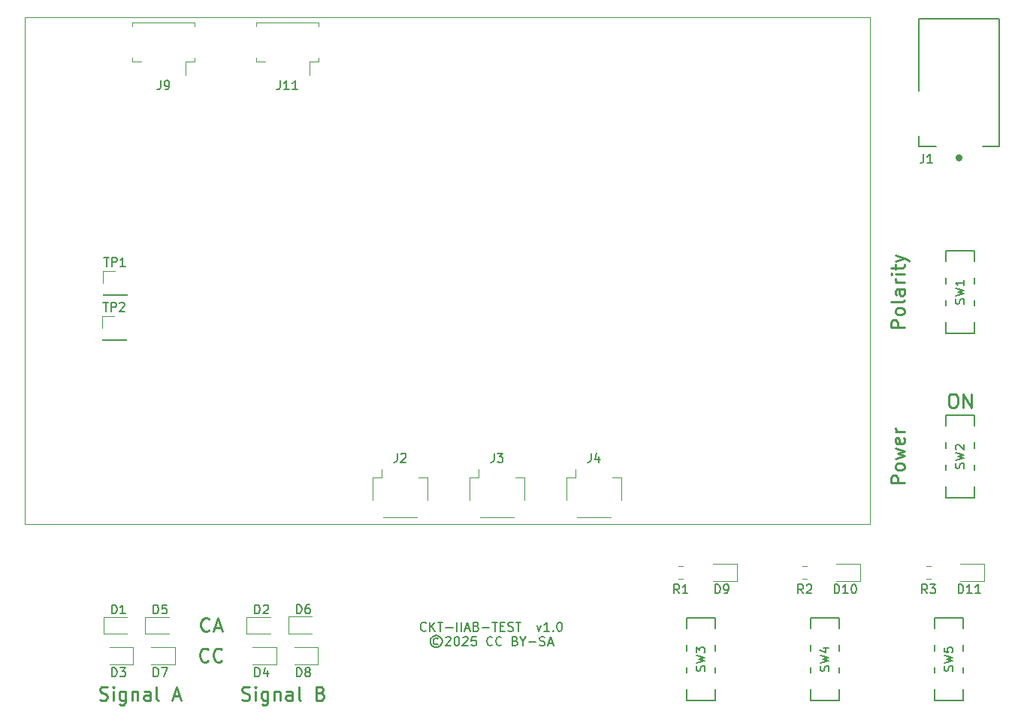
<source format=gto>
G04 #@! TF.GenerationSoftware,KiCad,Pcbnew,6.0.10-86aedd382b~118~ubuntu18.04.1*
G04 #@! TF.CreationDate,2024-12-31T19:53:44-07:00*
G04 #@! TF.ProjectId,ckt-iiab-test,636b742d-6969-4616-922d-746573742e6b,rev?*
G04 #@! TF.SameCoordinates,Original*
G04 #@! TF.FileFunction,Legend,Top*
G04 #@! TF.FilePolarity,Positive*
%FSLAX46Y46*%
G04 Gerber Fmt 4.6, Leading zero omitted, Abs format (unit mm)*
G04 Created by KiCad (PCBNEW 6.0.10-86aedd382b~118~ubuntu18.04.1) date 2024-12-31 19:53:44*
%MOMM*%
%LPD*%
G01*
G04 APERTURE LIST*
%ADD10C,0.100000*%
%ADD11C,0.152400*%
%ADD12C,0.254000*%
%ADD13C,0.150000*%
%ADD14C,0.120000*%
%ADD15C,0.127000*%
%ADD16C,0.400000*%
G04 APERTURE END LIST*
D10*
X77470000Y-123190000D02*
X172720000Y-123190000D01*
X172720000Y-123190000D02*
X172720000Y-66040000D01*
X172720000Y-66040000D02*
X77470000Y-66040000D01*
X77470000Y-66040000D02*
X77470000Y-123190000D01*
D11*
X122694095Y-135180977D02*
X122645714Y-135229358D01*
X122500571Y-135277739D01*
X122403809Y-135277739D01*
X122258666Y-135229358D01*
X122161904Y-135132596D01*
X122113523Y-135035834D01*
X122065142Y-134842310D01*
X122065142Y-134697167D01*
X122113523Y-134503643D01*
X122161904Y-134406881D01*
X122258666Y-134310120D01*
X122403809Y-134261739D01*
X122500571Y-134261739D01*
X122645714Y-134310120D01*
X122694095Y-134358500D01*
X123129523Y-135277739D02*
X123129523Y-134261739D01*
X123710095Y-135277739D02*
X123274666Y-134697167D01*
X123710095Y-134261739D02*
X123129523Y-134842310D01*
X124000380Y-134261739D02*
X124580952Y-134261739D01*
X124290666Y-135277739D02*
X124290666Y-134261739D01*
X124919619Y-134890691D02*
X125693714Y-134890691D01*
X126177523Y-135277739D02*
X126177523Y-134261739D01*
X126661333Y-135277739D02*
X126661333Y-134261739D01*
X127096761Y-134987453D02*
X127580571Y-134987453D01*
X127000000Y-135277739D02*
X127338666Y-134261739D01*
X127677333Y-135277739D01*
X128354666Y-134745548D02*
X128499809Y-134793929D01*
X128548190Y-134842310D01*
X128596571Y-134939072D01*
X128596571Y-135084215D01*
X128548190Y-135180977D01*
X128499809Y-135229358D01*
X128403047Y-135277739D01*
X128016000Y-135277739D01*
X128016000Y-134261739D01*
X128354666Y-134261739D01*
X128451428Y-134310120D01*
X128499809Y-134358500D01*
X128548190Y-134455262D01*
X128548190Y-134552024D01*
X128499809Y-134648786D01*
X128451428Y-134697167D01*
X128354666Y-134745548D01*
X128016000Y-134745548D01*
X129032000Y-134890691D02*
X129806095Y-134890691D01*
X130144761Y-134261739D02*
X130725333Y-134261739D01*
X130435047Y-135277739D02*
X130435047Y-134261739D01*
X131064000Y-134745548D02*
X131402666Y-134745548D01*
X131547809Y-135277739D02*
X131064000Y-135277739D01*
X131064000Y-134261739D01*
X131547809Y-134261739D01*
X131934857Y-135229358D02*
X132080000Y-135277739D01*
X132321904Y-135277739D01*
X132418666Y-135229358D01*
X132467047Y-135180977D01*
X132515428Y-135084215D01*
X132515428Y-134987453D01*
X132467047Y-134890691D01*
X132418666Y-134842310D01*
X132321904Y-134793929D01*
X132128380Y-134745548D01*
X132031619Y-134697167D01*
X131983238Y-134648786D01*
X131934857Y-134552024D01*
X131934857Y-134455262D01*
X131983238Y-134358500D01*
X132031619Y-134310120D01*
X132128380Y-134261739D01*
X132370285Y-134261739D01*
X132515428Y-134310120D01*
X132805714Y-134261739D02*
X133386285Y-134261739D01*
X133096000Y-135277739D02*
X133096000Y-134261739D01*
X135176380Y-134600405D02*
X135418285Y-135277739D01*
X135660190Y-134600405D01*
X136579428Y-135277739D02*
X135998857Y-135277739D01*
X136289142Y-135277739D02*
X136289142Y-134261739D01*
X136192380Y-134406881D01*
X136095619Y-134503643D01*
X135998857Y-134552024D01*
X137014857Y-135180977D02*
X137063238Y-135229358D01*
X137014857Y-135277739D01*
X136966476Y-135229358D01*
X137014857Y-135180977D01*
X137014857Y-135277739D01*
X137692190Y-134261739D02*
X137788952Y-134261739D01*
X137885714Y-134310120D01*
X137934095Y-134358500D01*
X137982476Y-134455262D01*
X138030857Y-134648786D01*
X138030857Y-134890691D01*
X137982476Y-135084215D01*
X137934095Y-135180977D01*
X137885714Y-135229358D01*
X137788952Y-135277739D01*
X137692190Y-135277739D01*
X137595428Y-135229358D01*
X137547047Y-135180977D01*
X137498666Y-135084215D01*
X137450285Y-134890691D01*
X137450285Y-134648786D01*
X137498666Y-134455262D01*
X137547047Y-134358500D01*
X137595428Y-134310120D01*
X137692190Y-134261739D01*
X124024571Y-136139403D02*
X123927809Y-136091022D01*
X123734285Y-136091022D01*
X123637523Y-136139403D01*
X123540761Y-136236165D01*
X123492380Y-136332927D01*
X123492380Y-136526451D01*
X123540761Y-136623213D01*
X123637523Y-136719975D01*
X123734285Y-136768356D01*
X123927809Y-136768356D01*
X124024571Y-136719975D01*
X123831047Y-135752356D02*
X123589142Y-135800737D01*
X123347238Y-135945880D01*
X123202095Y-136187784D01*
X123153714Y-136429689D01*
X123202095Y-136671594D01*
X123347238Y-136913499D01*
X123589142Y-137058641D01*
X123831047Y-137107022D01*
X124072952Y-137058641D01*
X124314857Y-136913499D01*
X124460000Y-136671594D01*
X124508380Y-136429689D01*
X124460000Y-136187784D01*
X124314857Y-135945880D01*
X124072952Y-135800737D01*
X123831047Y-135752356D01*
X124895428Y-135994260D02*
X124943809Y-135945880D01*
X125040571Y-135897499D01*
X125282476Y-135897499D01*
X125379238Y-135945880D01*
X125427619Y-135994260D01*
X125476000Y-136091022D01*
X125476000Y-136187784D01*
X125427619Y-136332927D01*
X124847047Y-136913499D01*
X125476000Y-136913499D01*
X126104952Y-135897499D02*
X126201714Y-135897499D01*
X126298476Y-135945880D01*
X126346857Y-135994260D01*
X126395238Y-136091022D01*
X126443619Y-136284546D01*
X126443619Y-136526451D01*
X126395238Y-136719975D01*
X126346857Y-136816737D01*
X126298476Y-136865118D01*
X126201714Y-136913499D01*
X126104952Y-136913499D01*
X126008190Y-136865118D01*
X125959809Y-136816737D01*
X125911428Y-136719975D01*
X125863047Y-136526451D01*
X125863047Y-136284546D01*
X125911428Y-136091022D01*
X125959809Y-135994260D01*
X126008190Y-135945880D01*
X126104952Y-135897499D01*
X126830666Y-135994260D02*
X126879047Y-135945880D01*
X126975809Y-135897499D01*
X127217714Y-135897499D01*
X127314476Y-135945880D01*
X127362857Y-135994260D01*
X127411238Y-136091022D01*
X127411238Y-136187784D01*
X127362857Y-136332927D01*
X126782285Y-136913499D01*
X127411238Y-136913499D01*
X128330476Y-135897499D02*
X127846666Y-135897499D01*
X127798285Y-136381308D01*
X127846666Y-136332927D01*
X127943428Y-136284546D01*
X128185333Y-136284546D01*
X128282095Y-136332927D01*
X128330476Y-136381308D01*
X128378857Y-136478070D01*
X128378857Y-136719975D01*
X128330476Y-136816737D01*
X128282095Y-136865118D01*
X128185333Y-136913499D01*
X127943428Y-136913499D01*
X127846666Y-136865118D01*
X127798285Y-136816737D01*
X130168952Y-136816737D02*
X130120571Y-136865118D01*
X129975428Y-136913499D01*
X129878666Y-136913499D01*
X129733523Y-136865118D01*
X129636761Y-136768356D01*
X129588380Y-136671594D01*
X129540000Y-136478070D01*
X129540000Y-136332927D01*
X129588380Y-136139403D01*
X129636761Y-136042641D01*
X129733523Y-135945880D01*
X129878666Y-135897499D01*
X129975428Y-135897499D01*
X130120571Y-135945880D01*
X130168952Y-135994260D01*
X131184952Y-136816737D02*
X131136571Y-136865118D01*
X130991428Y-136913499D01*
X130894666Y-136913499D01*
X130749523Y-136865118D01*
X130652761Y-136768356D01*
X130604380Y-136671594D01*
X130556000Y-136478070D01*
X130556000Y-136332927D01*
X130604380Y-136139403D01*
X130652761Y-136042641D01*
X130749523Y-135945880D01*
X130894666Y-135897499D01*
X130991428Y-135897499D01*
X131136571Y-135945880D01*
X131184952Y-135994260D01*
X132733142Y-136381308D02*
X132878285Y-136429689D01*
X132926666Y-136478070D01*
X132975047Y-136574832D01*
X132975047Y-136719975D01*
X132926666Y-136816737D01*
X132878285Y-136865118D01*
X132781523Y-136913499D01*
X132394476Y-136913499D01*
X132394476Y-135897499D01*
X132733142Y-135897499D01*
X132829904Y-135945880D01*
X132878285Y-135994260D01*
X132926666Y-136091022D01*
X132926666Y-136187784D01*
X132878285Y-136284546D01*
X132829904Y-136332927D01*
X132733142Y-136381308D01*
X132394476Y-136381308D01*
X133604000Y-136429689D02*
X133604000Y-136913499D01*
X133265333Y-135897499D02*
X133604000Y-136429689D01*
X133942666Y-135897499D01*
X134281333Y-136526451D02*
X135055428Y-136526451D01*
X135490857Y-136865118D02*
X135636000Y-136913499D01*
X135877904Y-136913499D01*
X135974666Y-136865118D01*
X136023047Y-136816737D01*
X136071428Y-136719975D01*
X136071428Y-136623213D01*
X136023047Y-136526451D01*
X135974666Y-136478070D01*
X135877904Y-136429689D01*
X135684380Y-136381308D01*
X135587619Y-136332927D01*
X135539238Y-136284546D01*
X135490857Y-136187784D01*
X135490857Y-136091022D01*
X135539238Y-135994260D01*
X135587619Y-135945880D01*
X135684380Y-135897499D01*
X135926285Y-135897499D01*
X136071428Y-135945880D01*
X136458476Y-136623213D02*
X136942285Y-136623213D01*
X136361714Y-136913499D02*
X136700380Y-135897499D01*
X137039047Y-136913499D01*
D12*
X176584428Y-118581714D02*
X175060428Y-118581714D01*
X175060428Y-118001142D01*
X175133000Y-117856000D01*
X175205571Y-117783428D01*
X175350714Y-117710857D01*
X175568428Y-117710857D01*
X175713571Y-117783428D01*
X175786142Y-117856000D01*
X175858714Y-118001142D01*
X175858714Y-118581714D01*
X176584428Y-116840000D02*
X176511857Y-116985142D01*
X176439285Y-117057714D01*
X176294142Y-117130285D01*
X175858714Y-117130285D01*
X175713571Y-117057714D01*
X175641000Y-116985142D01*
X175568428Y-116840000D01*
X175568428Y-116622285D01*
X175641000Y-116477142D01*
X175713571Y-116404571D01*
X175858714Y-116332000D01*
X176294142Y-116332000D01*
X176439285Y-116404571D01*
X176511857Y-116477142D01*
X176584428Y-116622285D01*
X176584428Y-116840000D01*
X175568428Y-115824000D02*
X176584428Y-115533714D01*
X175858714Y-115243428D01*
X176584428Y-114953142D01*
X175568428Y-114662857D01*
X176511857Y-113501714D02*
X176584428Y-113646857D01*
X176584428Y-113937142D01*
X176511857Y-114082285D01*
X176366714Y-114154857D01*
X175786142Y-114154857D01*
X175641000Y-114082285D01*
X175568428Y-113937142D01*
X175568428Y-113646857D01*
X175641000Y-113501714D01*
X175786142Y-113429142D01*
X175931285Y-113429142D01*
X176076428Y-114154857D01*
X176584428Y-112776000D02*
X175568428Y-112776000D01*
X175858714Y-112776000D02*
X175713571Y-112703428D01*
X175641000Y-112630857D01*
X175568428Y-112485714D01*
X175568428Y-112340571D01*
X85924571Y-142983857D02*
X86142285Y-143056428D01*
X86505142Y-143056428D01*
X86650285Y-142983857D01*
X86722857Y-142911285D01*
X86795428Y-142766142D01*
X86795428Y-142621000D01*
X86722857Y-142475857D01*
X86650285Y-142403285D01*
X86505142Y-142330714D01*
X86214857Y-142258142D01*
X86069714Y-142185571D01*
X85997142Y-142113000D01*
X85924571Y-141967857D01*
X85924571Y-141822714D01*
X85997142Y-141677571D01*
X86069714Y-141605000D01*
X86214857Y-141532428D01*
X86577714Y-141532428D01*
X86795428Y-141605000D01*
X87448571Y-143056428D02*
X87448571Y-142040428D01*
X87448571Y-141532428D02*
X87376000Y-141605000D01*
X87448571Y-141677571D01*
X87521142Y-141605000D01*
X87448571Y-141532428D01*
X87448571Y-141677571D01*
X88827428Y-142040428D02*
X88827428Y-143274142D01*
X88754857Y-143419285D01*
X88682285Y-143491857D01*
X88537142Y-143564428D01*
X88319428Y-143564428D01*
X88174285Y-143491857D01*
X88827428Y-142983857D02*
X88682285Y-143056428D01*
X88392000Y-143056428D01*
X88246857Y-142983857D01*
X88174285Y-142911285D01*
X88101714Y-142766142D01*
X88101714Y-142330714D01*
X88174285Y-142185571D01*
X88246857Y-142113000D01*
X88392000Y-142040428D01*
X88682285Y-142040428D01*
X88827428Y-142113000D01*
X89553142Y-142040428D02*
X89553142Y-143056428D01*
X89553142Y-142185571D02*
X89625714Y-142113000D01*
X89770857Y-142040428D01*
X89988571Y-142040428D01*
X90133714Y-142113000D01*
X90206285Y-142258142D01*
X90206285Y-143056428D01*
X91585142Y-143056428D02*
X91585142Y-142258142D01*
X91512571Y-142113000D01*
X91367428Y-142040428D01*
X91077142Y-142040428D01*
X90932000Y-142113000D01*
X91585142Y-142983857D02*
X91440000Y-143056428D01*
X91077142Y-143056428D01*
X90932000Y-142983857D01*
X90859428Y-142838714D01*
X90859428Y-142693571D01*
X90932000Y-142548428D01*
X91077142Y-142475857D01*
X91440000Y-142475857D01*
X91585142Y-142403285D01*
X92528571Y-143056428D02*
X92383428Y-142983857D01*
X92310857Y-142838714D01*
X92310857Y-141532428D01*
X94197714Y-142621000D02*
X94923428Y-142621000D01*
X94052571Y-143056428D02*
X94560571Y-141532428D01*
X95068571Y-143056428D01*
X176584428Y-101055714D02*
X175060428Y-101055714D01*
X175060428Y-100475142D01*
X175133000Y-100330000D01*
X175205571Y-100257428D01*
X175350714Y-100184857D01*
X175568428Y-100184857D01*
X175713571Y-100257428D01*
X175786142Y-100330000D01*
X175858714Y-100475142D01*
X175858714Y-101055714D01*
X176584428Y-99314000D02*
X176511857Y-99459142D01*
X176439285Y-99531714D01*
X176294142Y-99604285D01*
X175858714Y-99604285D01*
X175713571Y-99531714D01*
X175641000Y-99459142D01*
X175568428Y-99314000D01*
X175568428Y-99096285D01*
X175641000Y-98951142D01*
X175713571Y-98878571D01*
X175858714Y-98806000D01*
X176294142Y-98806000D01*
X176439285Y-98878571D01*
X176511857Y-98951142D01*
X176584428Y-99096285D01*
X176584428Y-99314000D01*
X176584428Y-97935142D02*
X176511857Y-98080285D01*
X176366714Y-98152857D01*
X175060428Y-98152857D01*
X176584428Y-96701428D02*
X175786142Y-96701428D01*
X175641000Y-96774000D01*
X175568428Y-96919142D01*
X175568428Y-97209428D01*
X175641000Y-97354571D01*
X176511857Y-96701428D02*
X176584428Y-96846571D01*
X176584428Y-97209428D01*
X176511857Y-97354571D01*
X176366714Y-97427142D01*
X176221571Y-97427142D01*
X176076428Y-97354571D01*
X176003857Y-97209428D01*
X176003857Y-96846571D01*
X175931285Y-96701428D01*
X176584428Y-95975714D02*
X175568428Y-95975714D01*
X175858714Y-95975714D02*
X175713571Y-95903142D01*
X175641000Y-95830571D01*
X175568428Y-95685428D01*
X175568428Y-95540285D01*
X176584428Y-95032285D02*
X175568428Y-95032285D01*
X175060428Y-95032285D02*
X175133000Y-95104857D01*
X175205571Y-95032285D01*
X175133000Y-94959714D01*
X175060428Y-95032285D01*
X175205571Y-95032285D01*
X175568428Y-94524285D02*
X175568428Y-93943714D01*
X175060428Y-94306571D02*
X176366714Y-94306571D01*
X176511857Y-94234000D01*
X176584428Y-94088857D01*
X176584428Y-93943714D01*
X175568428Y-93580857D02*
X176584428Y-93218000D01*
X175568428Y-92855142D02*
X176584428Y-93218000D01*
X176947285Y-93363142D01*
X177019857Y-93435714D01*
X177092428Y-93580857D01*
X101944714Y-142983857D02*
X102162428Y-143056428D01*
X102525285Y-143056428D01*
X102670428Y-142983857D01*
X102743000Y-142911285D01*
X102815571Y-142766142D01*
X102815571Y-142621000D01*
X102743000Y-142475857D01*
X102670428Y-142403285D01*
X102525285Y-142330714D01*
X102235000Y-142258142D01*
X102089857Y-142185571D01*
X102017285Y-142113000D01*
X101944714Y-141967857D01*
X101944714Y-141822714D01*
X102017285Y-141677571D01*
X102089857Y-141605000D01*
X102235000Y-141532428D01*
X102597857Y-141532428D01*
X102815571Y-141605000D01*
X103468714Y-143056428D02*
X103468714Y-142040428D01*
X103468714Y-141532428D02*
X103396142Y-141605000D01*
X103468714Y-141677571D01*
X103541285Y-141605000D01*
X103468714Y-141532428D01*
X103468714Y-141677571D01*
X104847571Y-142040428D02*
X104847571Y-143274142D01*
X104775000Y-143419285D01*
X104702428Y-143491857D01*
X104557285Y-143564428D01*
X104339571Y-143564428D01*
X104194428Y-143491857D01*
X104847571Y-142983857D02*
X104702428Y-143056428D01*
X104412142Y-143056428D01*
X104267000Y-142983857D01*
X104194428Y-142911285D01*
X104121857Y-142766142D01*
X104121857Y-142330714D01*
X104194428Y-142185571D01*
X104267000Y-142113000D01*
X104412142Y-142040428D01*
X104702428Y-142040428D01*
X104847571Y-142113000D01*
X105573285Y-142040428D02*
X105573285Y-143056428D01*
X105573285Y-142185571D02*
X105645857Y-142113000D01*
X105791000Y-142040428D01*
X106008714Y-142040428D01*
X106153857Y-142113000D01*
X106226428Y-142258142D01*
X106226428Y-143056428D01*
X107605285Y-143056428D02*
X107605285Y-142258142D01*
X107532714Y-142113000D01*
X107387571Y-142040428D01*
X107097285Y-142040428D01*
X106952142Y-142113000D01*
X107605285Y-142983857D02*
X107460142Y-143056428D01*
X107097285Y-143056428D01*
X106952142Y-142983857D01*
X106879571Y-142838714D01*
X106879571Y-142693571D01*
X106952142Y-142548428D01*
X107097285Y-142475857D01*
X107460142Y-142475857D01*
X107605285Y-142403285D01*
X108548714Y-143056428D02*
X108403571Y-142983857D01*
X108331000Y-142838714D01*
X108331000Y-141532428D01*
X110798428Y-142258142D02*
X111016142Y-142330714D01*
X111088714Y-142403285D01*
X111161285Y-142548428D01*
X111161285Y-142766142D01*
X111088714Y-142911285D01*
X111016142Y-142983857D01*
X110871000Y-143056428D01*
X110290428Y-143056428D01*
X110290428Y-141532428D01*
X110798428Y-141532428D01*
X110943571Y-141605000D01*
X111016142Y-141677571D01*
X111088714Y-141822714D01*
X111088714Y-141967857D01*
X111016142Y-142113000D01*
X110943571Y-142185571D01*
X110798428Y-142258142D01*
X110290428Y-142258142D01*
X98243571Y-135164285D02*
X98171000Y-135236857D01*
X97953285Y-135309428D01*
X97808142Y-135309428D01*
X97590428Y-135236857D01*
X97445285Y-135091714D01*
X97372714Y-134946571D01*
X97300142Y-134656285D01*
X97300142Y-134438571D01*
X97372714Y-134148285D01*
X97445285Y-134003142D01*
X97590428Y-133858000D01*
X97808142Y-133785428D01*
X97953285Y-133785428D01*
X98171000Y-133858000D01*
X98243571Y-133930571D01*
X98824142Y-134874000D02*
X99549857Y-134874000D01*
X98679000Y-135309428D02*
X99187000Y-133785428D01*
X99695000Y-135309428D01*
X181936571Y-108512428D02*
X182226857Y-108512428D01*
X182372000Y-108585000D01*
X182517142Y-108730142D01*
X182589714Y-109020428D01*
X182589714Y-109528428D01*
X182517142Y-109818714D01*
X182372000Y-109963857D01*
X182226857Y-110036428D01*
X181936571Y-110036428D01*
X181791428Y-109963857D01*
X181646285Y-109818714D01*
X181573714Y-109528428D01*
X181573714Y-109020428D01*
X181646285Y-108730142D01*
X181791428Y-108585000D01*
X181936571Y-108512428D01*
X183242857Y-110036428D02*
X183242857Y-108512428D01*
X184113714Y-110036428D01*
X184113714Y-108512428D01*
X98134714Y-138593285D02*
X98062142Y-138665857D01*
X97844428Y-138738428D01*
X97699285Y-138738428D01*
X97481571Y-138665857D01*
X97336428Y-138520714D01*
X97263857Y-138375571D01*
X97191285Y-138085285D01*
X97191285Y-137867571D01*
X97263857Y-137577285D01*
X97336428Y-137432142D01*
X97481571Y-137287000D01*
X97699285Y-137214428D01*
X97844428Y-137214428D01*
X98062142Y-137287000D01*
X98134714Y-137359571D01*
X99658714Y-138593285D02*
X99586142Y-138665857D01*
X99368428Y-138738428D01*
X99223285Y-138738428D01*
X99005571Y-138665857D01*
X98860428Y-138520714D01*
X98787857Y-138375571D01*
X98715285Y-138085285D01*
X98715285Y-137867571D01*
X98787857Y-137577285D01*
X98860428Y-137432142D01*
X99005571Y-137287000D01*
X99223285Y-137214428D01*
X99368428Y-137214428D01*
X99586142Y-137287000D01*
X99658714Y-137359571D01*
D13*
X92757666Y-73194380D02*
X92757666Y-73908666D01*
X92710047Y-74051523D01*
X92614809Y-74146761D01*
X92471952Y-74194380D01*
X92376714Y-74194380D01*
X93281476Y-74194380D02*
X93471952Y-74194380D01*
X93567190Y-74146761D01*
X93614809Y-74099142D01*
X93710047Y-73956285D01*
X93757666Y-73765809D01*
X93757666Y-73384857D01*
X93710047Y-73289619D01*
X93662428Y-73242000D01*
X93567190Y-73194380D01*
X93376714Y-73194380D01*
X93281476Y-73242000D01*
X93233857Y-73289619D01*
X93186238Y-73384857D01*
X93186238Y-73622952D01*
X93233857Y-73718190D01*
X93281476Y-73765809D01*
X93376714Y-73813428D01*
X93567190Y-73813428D01*
X93662428Y-73765809D01*
X93710047Y-73718190D01*
X93757666Y-73622952D01*
X130349666Y-115233380D02*
X130349666Y-115947666D01*
X130302047Y-116090523D01*
X130206809Y-116185761D01*
X130063952Y-116233380D01*
X129968714Y-116233380D01*
X130730619Y-115233380D02*
X131349666Y-115233380D01*
X131016333Y-115614333D01*
X131159190Y-115614333D01*
X131254428Y-115661952D01*
X131302047Y-115709571D01*
X131349666Y-115804809D01*
X131349666Y-116042904D01*
X131302047Y-116138142D01*
X131254428Y-116185761D01*
X131159190Y-116233380D01*
X130873476Y-116233380D01*
X130778238Y-116185761D01*
X130730619Y-116138142D01*
X179157333Y-131008380D02*
X178824000Y-130532190D01*
X178585904Y-131008380D02*
X178585904Y-130008380D01*
X178966857Y-130008380D01*
X179062095Y-130056000D01*
X179109714Y-130103619D01*
X179157333Y-130198857D01*
X179157333Y-130341714D01*
X179109714Y-130436952D01*
X179062095Y-130484571D01*
X178966857Y-130532190D01*
X178585904Y-130532190D01*
X179490666Y-130008380D02*
X180109714Y-130008380D01*
X179776380Y-130389333D01*
X179919238Y-130389333D01*
X180014476Y-130436952D01*
X180062095Y-130484571D01*
X180109714Y-130579809D01*
X180109714Y-130817904D01*
X180062095Y-130913142D01*
X180014476Y-130960761D01*
X179919238Y-131008380D01*
X179633523Y-131008380D01*
X179538285Y-130960761D01*
X179490666Y-130913142D01*
X151217333Y-131008380D02*
X150884000Y-130532190D01*
X150645904Y-131008380D02*
X150645904Y-130008380D01*
X151026857Y-130008380D01*
X151122095Y-130056000D01*
X151169714Y-130103619D01*
X151217333Y-130198857D01*
X151217333Y-130341714D01*
X151169714Y-130436952D01*
X151122095Y-130484571D01*
X151026857Y-130532190D01*
X150645904Y-130532190D01*
X152169714Y-131008380D02*
X151598285Y-131008380D01*
X151884000Y-131008380D02*
X151884000Y-130008380D01*
X151788761Y-130151238D01*
X151693523Y-130246476D01*
X151598285Y-130294095D01*
X87267904Y-133302380D02*
X87267904Y-132302380D01*
X87506000Y-132302380D01*
X87648857Y-132350000D01*
X87744095Y-132445238D01*
X87791714Y-132540476D01*
X87839333Y-132730952D01*
X87839333Y-132873809D01*
X87791714Y-133064285D01*
X87744095Y-133159523D01*
X87648857Y-133254761D01*
X87506000Y-133302380D01*
X87267904Y-133302380D01*
X88791714Y-133302380D02*
X88220285Y-133302380D01*
X88506000Y-133302380D02*
X88506000Y-132302380D01*
X88410761Y-132445238D01*
X88315523Y-132540476D01*
X88220285Y-132588095D01*
X168044761Y-139763333D02*
X168092380Y-139620476D01*
X168092380Y-139382380D01*
X168044761Y-139287142D01*
X167997142Y-139239523D01*
X167901904Y-139191904D01*
X167806666Y-139191904D01*
X167711428Y-139239523D01*
X167663809Y-139287142D01*
X167616190Y-139382380D01*
X167568571Y-139572857D01*
X167520952Y-139668095D01*
X167473333Y-139715714D01*
X167378095Y-139763333D01*
X167282857Y-139763333D01*
X167187619Y-139715714D01*
X167140000Y-139668095D01*
X167092380Y-139572857D01*
X167092380Y-139334761D01*
X167140000Y-139191904D01*
X167092380Y-138858571D02*
X168092380Y-138620476D01*
X167378095Y-138430000D01*
X168092380Y-138239523D01*
X167092380Y-138001428D01*
X167425714Y-137191904D02*
X168092380Y-137191904D01*
X167044761Y-137430000D02*
X167759047Y-137668095D01*
X167759047Y-137049047D01*
X91971904Y-140406380D02*
X91971904Y-139406380D01*
X92210000Y-139406380D01*
X92352857Y-139454000D01*
X92448095Y-139549238D01*
X92495714Y-139644476D01*
X92543333Y-139834952D01*
X92543333Y-139977809D01*
X92495714Y-140168285D01*
X92448095Y-140263523D01*
X92352857Y-140358761D01*
X92210000Y-140406380D01*
X91971904Y-140406380D01*
X92876666Y-139406380D02*
X93543333Y-139406380D01*
X93114761Y-140406380D01*
X182681714Y-131008380D02*
X182681714Y-130008380D01*
X182919809Y-130008380D01*
X183062666Y-130056000D01*
X183157904Y-130151238D01*
X183205523Y-130246476D01*
X183253142Y-130436952D01*
X183253142Y-130579809D01*
X183205523Y-130770285D01*
X183157904Y-130865523D01*
X183062666Y-130960761D01*
X182919809Y-131008380D01*
X182681714Y-131008380D01*
X184205523Y-131008380D02*
X183634095Y-131008380D01*
X183919809Y-131008380D02*
X183919809Y-130008380D01*
X183824571Y-130151238D01*
X183729333Y-130246476D01*
X183634095Y-130294095D01*
X185157904Y-131008380D02*
X184586476Y-131008380D01*
X184872190Y-131008380D02*
X184872190Y-130008380D01*
X184776952Y-130151238D01*
X184681714Y-130246476D01*
X184586476Y-130294095D01*
X108100904Y-140406380D02*
X108100904Y-139406380D01*
X108339000Y-139406380D01*
X108481857Y-139454000D01*
X108577095Y-139549238D01*
X108624714Y-139644476D01*
X108672333Y-139834952D01*
X108672333Y-139977809D01*
X108624714Y-140168285D01*
X108577095Y-140263523D01*
X108481857Y-140358761D01*
X108339000Y-140406380D01*
X108100904Y-140406380D01*
X109243761Y-139834952D02*
X109148523Y-139787333D01*
X109100904Y-139739714D01*
X109053285Y-139644476D01*
X109053285Y-139596857D01*
X109100904Y-139501619D01*
X109148523Y-139454000D01*
X109243761Y-139406380D01*
X109434238Y-139406380D01*
X109529476Y-139454000D01*
X109577095Y-139501619D01*
X109624714Y-139596857D01*
X109624714Y-139644476D01*
X109577095Y-139739714D01*
X109529476Y-139787333D01*
X109434238Y-139834952D01*
X109243761Y-139834952D01*
X109148523Y-139882571D01*
X109100904Y-139930190D01*
X109053285Y-140025428D01*
X109053285Y-140215904D01*
X109100904Y-140311142D01*
X109148523Y-140358761D01*
X109243761Y-140406380D01*
X109434238Y-140406380D01*
X109529476Y-140358761D01*
X109577095Y-140311142D01*
X109624714Y-140215904D01*
X109624714Y-140025428D01*
X109577095Y-139930190D01*
X109529476Y-139882571D01*
X109434238Y-139834952D01*
X168711714Y-131008380D02*
X168711714Y-130008380D01*
X168949809Y-130008380D01*
X169092666Y-130056000D01*
X169187904Y-130151238D01*
X169235523Y-130246476D01*
X169283142Y-130436952D01*
X169283142Y-130579809D01*
X169235523Y-130770285D01*
X169187904Y-130865523D01*
X169092666Y-130960761D01*
X168949809Y-131008380D01*
X168711714Y-131008380D01*
X170235523Y-131008380D02*
X169664095Y-131008380D01*
X169949809Y-131008380D02*
X169949809Y-130008380D01*
X169854571Y-130151238D01*
X169759333Y-130246476D01*
X169664095Y-130294095D01*
X170854571Y-130008380D02*
X170949809Y-130008380D01*
X171045047Y-130056000D01*
X171092666Y-130103619D01*
X171140285Y-130198857D01*
X171187904Y-130389333D01*
X171187904Y-130627428D01*
X171140285Y-130817904D01*
X171092666Y-130913142D01*
X171045047Y-130960761D01*
X170949809Y-131008380D01*
X170854571Y-131008380D01*
X170759333Y-130960761D01*
X170711714Y-130913142D01*
X170664095Y-130817904D01*
X170616476Y-130627428D01*
X170616476Y-130389333D01*
X170664095Y-130198857D01*
X170711714Y-130103619D01*
X170759333Y-130056000D01*
X170854571Y-130008380D01*
X119427666Y-115233380D02*
X119427666Y-115947666D01*
X119380047Y-116090523D01*
X119284809Y-116185761D01*
X119141952Y-116233380D01*
X119046714Y-116233380D01*
X119856238Y-115328619D02*
X119903857Y-115281000D01*
X119999095Y-115233380D01*
X120237190Y-115233380D01*
X120332428Y-115281000D01*
X120380047Y-115328619D01*
X120427666Y-115423857D01*
X120427666Y-115519095D01*
X120380047Y-115661952D01*
X119808619Y-116233380D01*
X120427666Y-116233380D01*
X108100904Y-133294380D02*
X108100904Y-132294380D01*
X108339000Y-132294380D01*
X108481857Y-132342000D01*
X108577095Y-132437238D01*
X108624714Y-132532476D01*
X108672333Y-132722952D01*
X108672333Y-132865809D01*
X108624714Y-133056285D01*
X108577095Y-133151523D01*
X108481857Y-133246761D01*
X108339000Y-133294380D01*
X108100904Y-133294380D01*
X109529476Y-132294380D02*
X109339000Y-132294380D01*
X109243761Y-132342000D01*
X109196142Y-132389619D01*
X109100904Y-132532476D01*
X109053285Y-132722952D01*
X109053285Y-133103904D01*
X109100904Y-133199142D01*
X109148523Y-133246761D01*
X109243761Y-133294380D01*
X109434238Y-133294380D01*
X109529476Y-133246761D01*
X109577095Y-133199142D01*
X109624714Y-133103904D01*
X109624714Y-132865809D01*
X109577095Y-132770571D01*
X109529476Y-132722952D01*
X109434238Y-132675333D01*
X109243761Y-132675333D01*
X109148523Y-132722952D01*
X109100904Y-132770571D01*
X109053285Y-132865809D01*
X106251476Y-73194380D02*
X106251476Y-73908666D01*
X106203857Y-74051523D01*
X106108619Y-74146761D01*
X105965761Y-74194380D01*
X105870523Y-74194380D01*
X107251476Y-74194380D02*
X106680047Y-74194380D01*
X106965761Y-74194380D02*
X106965761Y-73194380D01*
X106870523Y-73337238D01*
X106775285Y-73432476D01*
X106680047Y-73480095D01*
X108203857Y-74194380D02*
X107632428Y-74194380D01*
X107918142Y-74194380D02*
X107918142Y-73194380D01*
X107822904Y-73337238D01*
X107727666Y-73432476D01*
X107632428Y-73480095D01*
X183284761Y-98361333D02*
X183332380Y-98218476D01*
X183332380Y-97980380D01*
X183284761Y-97885142D01*
X183237142Y-97837523D01*
X183141904Y-97789904D01*
X183046666Y-97789904D01*
X182951428Y-97837523D01*
X182903809Y-97885142D01*
X182856190Y-97980380D01*
X182808571Y-98170857D01*
X182760952Y-98266095D01*
X182713333Y-98313714D01*
X182618095Y-98361333D01*
X182522857Y-98361333D01*
X182427619Y-98313714D01*
X182380000Y-98266095D01*
X182332380Y-98170857D01*
X182332380Y-97932761D01*
X182380000Y-97789904D01*
X182332380Y-97456571D02*
X183332380Y-97218476D01*
X182618095Y-97028000D01*
X183332380Y-96837523D01*
X182332380Y-96599428D01*
X183332380Y-95694666D02*
X183332380Y-96266095D01*
X183332380Y-95980380D02*
X182332380Y-95980380D01*
X182475238Y-96075619D01*
X182570476Y-96170857D01*
X182618095Y-96266095D01*
X87272904Y-140406380D02*
X87272904Y-139406380D01*
X87511000Y-139406380D01*
X87653857Y-139454000D01*
X87749095Y-139549238D01*
X87796714Y-139644476D01*
X87844333Y-139834952D01*
X87844333Y-139977809D01*
X87796714Y-140168285D01*
X87749095Y-140263523D01*
X87653857Y-140358761D01*
X87511000Y-140406380D01*
X87272904Y-140406380D01*
X88177666Y-139406380D02*
X88796714Y-139406380D01*
X88463380Y-139787333D01*
X88606238Y-139787333D01*
X88701476Y-139834952D01*
X88749095Y-139882571D01*
X88796714Y-139977809D01*
X88796714Y-140215904D01*
X88749095Y-140311142D01*
X88701476Y-140358761D01*
X88606238Y-140406380D01*
X88320523Y-140406380D01*
X88225285Y-140358761D01*
X88177666Y-140311142D01*
X155266404Y-131008380D02*
X155266404Y-130008380D01*
X155504500Y-130008380D01*
X155647357Y-130056000D01*
X155742595Y-130151238D01*
X155790214Y-130246476D01*
X155837833Y-130436952D01*
X155837833Y-130579809D01*
X155790214Y-130770285D01*
X155742595Y-130865523D01*
X155647357Y-130960761D01*
X155504500Y-131008380D01*
X155266404Y-131008380D01*
X156314023Y-131008380D02*
X156504500Y-131008380D01*
X156599738Y-130960761D01*
X156647357Y-130913142D01*
X156742595Y-130770285D01*
X156790214Y-130579809D01*
X156790214Y-130198857D01*
X156742595Y-130103619D01*
X156694976Y-130056000D01*
X156599738Y-130008380D01*
X156409261Y-130008380D01*
X156314023Y-130056000D01*
X156266404Y-130103619D01*
X156218785Y-130198857D01*
X156218785Y-130436952D01*
X156266404Y-130532190D01*
X156314023Y-130579809D01*
X156409261Y-130627428D01*
X156599738Y-130627428D01*
X156694976Y-130579809D01*
X156742595Y-130532190D01*
X156790214Y-130436952D01*
X165187333Y-131008380D02*
X164854000Y-130532190D01*
X164615904Y-131008380D02*
X164615904Y-130008380D01*
X164996857Y-130008380D01*
X165092095Y-130056000D01*
X165139714Y-130103619D01*
X165187333Y-130198857D01*
X165187333Y-130341714D01*
X165139714Y-130436952D01*
X165092095Y-130484571D01*
X164996857Y-130532190D01*
X164615904Y-130532190D01*
X165568285Y-130103619D02*
X165615904Y-130056000D01*
X165711142Y-130008380D01*
X165949238Y-130008380D01*
X166044476Y-130056000D01*
X166092095Y-130103619D01*
X166139714Y-130198857D01*
X166139714Y-130294095D01*
X166092095Y-130436952D01*
X165520666Y-131008380D01*
X166139714Y-131008380D01*
X91966904Y-133302380D02*
X91966904Y-132302380D01*
X92205000Y-132302380D01*
X92347857Y-132350000D01*
X92443095Y-132445238D01*
X92490714Y-132540476D01*
X92538333Y-132730952D01*
X92538333Y-132873809D01*
X92490714Y-133064285D01*
X92443095Y-133159523D01*
X92347857Y-133254761D01*
X92205000Y-133302380D01*
X91966904Y-133302380D01*
X93443095Y-132302380D02*
X92966904Y-132302380D01*
X92919285Y-132778571D01*
X92966904Y-132730952D01*
X93062142Y-132683333D01*
X93300238Y-132683333D01*
X93395476Y-132730952D01*
X93443095Y-132778571D01*
X93490714Y-132873809D01*
X93490714Y-133111904D01*
X93443095Y-133207142D01*
X93395476Y-133254761D01*
X93300238Y-133302380D01*
X93062142Y-133302380D01*
X92966904Y-133254761D01*
X92919285Y-133207142D01*
X178736595Y-81494264D02*
X178736595Y-82208702D01*
X178688966Y-82351589D01*
X178593708Y-82446848D01*
X178450820Y-82494477D01*
X178355562Y-82494477D01*
X179736808Y-82494477D02*
X179165258Y-82494477D01*
X179451033Y-82494477D02*
X179451033Y-81494264D01*
X179355775Y-81637151D01*
X179260516Y-81732410D01*
X179165258Y-81780039D01*
X183284761Y-116903333D02*
X183332380Y-116760476D01*
X183332380Y-116522380D01*
X183284761Y-116427142D01*
X183237142Y-116379523D01*
X183141904Y-116331904D01*
X183046666Y-116331904D01*
X182951428Y-116379523D01*
X182903809Y-116427142D01*
X182856190Y-116522380D01*
X182808571Y-116712857D01*
X182760952Y-116808095D01*
X182713333Y-116855714D01*
X182618095Y-116903333D01*
X182522857Y-116903333D01*
X182427619Y-116855714D01*
X182380000Y-116808095D01*
X182332380Y-116712857D01*
X182332380Y-116474761D01*
X182380000Y-116331904D01*
X182332380Y-115998571D02*
X183332380Y-115760476D01*
X182618095Y-115570000D01*
X183332380Y-115379523D01*
X182332380Y-115141428D01*
X182427619Y-114808095D02*
X182380000Y-114760476D01*
X182332380Y-114665238D01*
X182332380Y-114427142D01*
X182380000Y-114331904D01*
X182427619Y-114284285D01*
X182522857Y-114236666D01*
X182618095Y-114236666D01*
X182760952Y-114284285D01*
X183332380Y-114855714D01*
X183332380Y-114236666D01*
X103396904Y-133302380D02*
X103396904Y-132302380D01*
X103635000Y-132302380D01*
X103777857Y-132350000D01*
X103873095Y-132445238D01*
X103920714Y-132540476D01*
X103968333Y-132730952D01*
X103968333Y-132873809D01*
X103920714Y-133064285D01*
X103873095Y-133159523D01*
X103777857Y-133254761D01*
X103635000Y-133302380D01*
X103396904Y-133302380D01*
X104349285Y-132397619D02*
X104396904Y-132350000D01*
X104492142Y-132302380D01*
X104730238Y-132302380D01*
X104825476Y-132350000D01*
X104873095Y-132397619D01*
X104920714Y-132492857D01*
X104920714Y-132588095D01*
X104873095Y-132730952D01*
X104301666Y-133302380D01*
X104920714Y-133302380D01*
X182014761Y-139763333D02*
X182062380Y-139620476D01*
X182062380Y-139382380D01*
X182014761Y-139287142D01*
X181967142Y-139239523D01*
X181871904Y-139191904D01*
X181776666Y-139191904D01*
X181681428Y-139239523D01*
X181633809Y-139287142D01*
X181586190Y-139382380D01*
X181538571Y-139572857D01*
X181490952Y-139668095D01*
X181443333Y-139715714D01*
X181348095Y-139763333D01*
X181252857Y-139763333D01*
X181157619Y-139715714D01*
X181110000Y-139668095D01*
X181062380Y-139572857D01*
X181062380Y-139334761D01*
X181110000Y-139191904D01*
X181062380Y-138858571D02*
X182062380Y-138620476D01*
X181348095Y-138430000D01*
X182062380Y-138239523D01*
X181062380Y-138001428D01*
X181062380Y-137144285D02*
X181062380Y-137620476D01*
X181538571Y-137668095D01*
X181490952Y-137620476D01*
X181443333Y-137525238D01*
X181443333Y-137287142D01*
X181490952Y-137191904D01*
X181538571Y-137144285D01*
X181633809Y-137096666D01*
X181871904Y-137096666D01*
X181967142Y-137144285D01*
X182014761Y-137191904D01*
X182062380Y-137287142D01*
X182062380Y-137525238D01*
X182014761Y-137620476D01*
X181967142Y-137668095D01*
X154074761Y-139763333D02*
X154122380Y-139620476D01*
X154122380Y-139382380D01*
X154074761Y-139287142D01*
X154027142Y-139239523D01*
X153931904Y-139191904D01*
X153836666Y-139191904D01*
X153741428Y-139239523D01*
X153693809Y-139287142D01*
X153646190Y-139382380D01*
X153598571Y-139572857D01*
X153550952Y-139668095D01*
X153503333Y-139715714D01*
X153408095Y-139763333D01*
X153312857Y-139763333D01*
X153217619Y-139715714D01*
X153170000Y-139668095D01*
X153122380Y-139572857D01*
X153122380Y-139334761D01*
X153170000Y-139191904D01*
X153122380Y-138858571D02*
X154122380Y-138620476D01*
X153408095Y-138430000D01*
X154122380Y-138239523D01*
X153122380Y-138001428D01*
X153122380Y-137715714D02*
X153122380Y-137096666D01*
X153503333Y-137430000D01*
X153503333Y-137287142D01*
X153550952Y-137191904D01*
X153598571Y-137144285D01*
X153693809Y-137096666D01*
X153931904Y-137096666D01*
X154027142Y-137144285D01*
X154074761Y-137191904D01*
X154122380Y-137287142D01*
X154122380Y-137572857D01*
X154074761Y-137668095D01*
X154027142Y-137715714D01*
X103401904Y-140406380D02*
X103401904Y-139406380D01*
X103640000Y-139406380D01*
X103782857Y-139454000D01*
X103878095Y-139549238D01*
X103925714Y-139644476D01*
X103973333Y-139834952D01*
X103973333Y-139977809D01*
X103925714Y-140168285D01*
X103878095Y-140263523D01*
X103782857Y-140358761D01*
X103640000Y-140406380D01*
X103401904Y-140406380D01*
X104830476Y-139739714D02*
X104830476Y-140406380D01*
X104592380Y-139358761D02*
X104354285Y-140073047D01*
X104973333Y-140073047D01*
X141271666Y-115233380D02*
X141271666Y-115947666D01*
X141224047Y-116090523D01*
X141128809Y-116185761D01*
X140985952Y-116233380D01*
X140890714Y-116233380D01*
X142176428Y-115566714D02*
X142176428Y-116233380D01*
X141938333Y-115185761D02*
X141700238Y-115900047D01*
X142319285Y-115900047D01*
X86288085Y-98214380D02*
X86859513Y-98214380D01*
X86573799Y-99214380D02*
X86573799Y-98214380D01*
X87192847Y-99214380D02*
X87192847Y-98214380D01*
X87573799Y-98214380D01*
X87669037Y-98262000D01*
X87716656Y-98309619D01*
X87764275Y-98404857D01*
X87764275Y-98547714D01*
X87716656Y-98642952D01*
X87669037Y-98690571D01*
X87573799Y-98738190D01*
X87192847Y-98738190D01*
X88145228Y-98309619D02*
X88192847Y-98262000D01*
X88288085Y-98214380D01*
X88526180Y-98214380D01*
X88621418Y-98262000D01*
X88669037Y-98309619D01*
X88716656Y-98404857D01*
X88716656Y-98500095D01*
X88669037Y-98642952D01*
X88097609Y-99214380D01*
X88716656Y-99214380D01*
X86368095Y-93134380D02*
X86939523Y-93134380D01*
X86653809Y-94134380D02*
X86653809Y-93134380D01*
X87272857Y-94134380D02*
X87272857Y-93134380D01*
X87653809Y-93134380D01*
X87749047Y-93182000D01*
X87796666Y-93229619D01*
X87844285Y-93324857D01*
X87844285Y-93467714D01*
X87796666Y-93562952D01*
X87749047Y-93610571D01*
X87653809Y-93658190D01*
X87272857Y-93658190D01*
X88796666Y-94134380D02*
X88225238Y-94134380D01*
X88510952Y-94134380D02*
X88510952Y-93134380D01*
X88415714Y-93277238D01*
X88320476Y-93372476D01*
X88225238Y-93420095D01*
D14*
X96576000Y-67082000D02*
X96576000Y-66632000D01*
X96576000Y-66632000D02*
X89606000Y-66632000D01*
X96576000Y-70602000D02*
X96576000Y-71052000D01*
X95626000Y-71052000D02*
X95626000Y-72542000D01*
X89606000Y-70602000D02*
X89606000Y-71052000D01*
X89606000Y-66632000D02*
X89606000Y-67082000D01*
X96576000Y-71052000D02*
X95626000Y-71052000D01*
X89606000Y-71052000D02*
X90556000Y-71052000D01*
X133793000Y-120476000D02*
X133793000Y-117976000D01*
X127573000Y-120476000D02*
X127573000Y-117976000D01*
X127573000Y-117976000D02*
X128623000Y-117976000D01*
X133793000Y-117976000D02*
X132743000Y-117976000D01*
X128623000Y-117976000D02*
X128623000Y-116986000D01*
X128743000Y-122446000D02*
X132623000Y-122446000D01*
X179551064Y-127916000D02*
X179096936Y-127916000D01*
X179551064Y-129386000D02*
X179096936Y-129386000D01*
X151611064Y-129386000D02*
X151156936Y-129386000D01*
X151611064Y-127916000D02*
X151156936Y-127916000D01*
X86326000Y-135580000D02*
X89011000Y-135580000D01*
X86326000Y-133660000D02*
X86326000Y-135580000D01*
X89011000Y-133660000D02*
X86326000Y-133660000D01*
D11*
X166014400Y-141859640D02*
X166014400Y-143052800D01*
X169265600Y-135000360D02*
X169265600Y-133807200D01*
X169265600Y-140000360D02*
X169265600Y-139359640D01*
X166014400Y-133807200D02*
X166014400Y-135000360D01*
X169265600Y-137500360D02*
X169265600Y-136859640D01*
X169265600Y-143052800D02*
X169265600Y-141859640D01*
X169265600Y-133807200D02*
X166014400Y-133807200D01*
X166014400Y-143052800D02*
X169265600Y-143052800D01*
X166014400Y-136859640D02*
X166014400Y-137500360D01*
X166014400Y-139359640D02*
X166014400Y-140000360D01*
D14*
X94395000Y-139009000D02*
X94395000Y-137089000D01*
X91710000Y-139009000D02*
X94395000Y-139009000D01*
X94395000Y-137089000D02*
X91710000Y-137089000D01*
X185581000Y-127691000D02*
X182896000Y-127691000D01*
X185581000Y-129611000D02*
X185581000Y-127691000D01*
X182896000Y-129611000D02*
X185581000Y-129611000D01*
X110524000Y-139009000D02*
X110524000Y-137089000D01*
X110524000Y-137089000D02*
X107839000Y-137089000D01*
X107839000Y-139009000D02*
X110524000Y-139009000D01*
X168926000Y-129611000D02*
X171611000Y-129611000D01*
X171611000Y-127691000D02*
X168926000Y-127691000D01*
X171611000Y-129611000D02*
X171611000Y-127691000D01*
X116651000Y-120476000D02*
X116651000Y-117976000D01*
X117821000Y-122446000D02*
X121701000Y-122446000D01*
X116651000Y-117976000D02*
X117701000Y-117976000D01*
X117701000Y-117976000D02*
X117701000Y-116986000D01*
X122871000Y-117976000D02*
X121821000Y-117976000D01*
X122871000Y-120476000D02*
X122871000Y-117976000D01*
X107159000Y-135572000D02*
X109844000Y-135572000D01*
X107159000Y-133652000D02*
X107159000Y-135572000D01*
X109844000Y-133652000D02*
X107159000Y-133652000D01*
X110546000Y-67082000D02*
X110546000Y-66632000D01*
X109596000Y-71052000D02*
X109596000Y-72542000D01*
X110546000Y-66632000D02*
X103576000Y-66632000D01*
X110546000Y-71052000D02*
X109596000Y-71052000D01*
X103576000Y-70602000D02*
X103576000Y-71052000D01*
X103576000Y-71052000D02*
X104526000Y-71052000D01*
X110546000Y-70602000D02*
X110546000Y-71052000D01*
X103576000Y-66632000D02*
X103576000Y-67082000D01*
D11*
X184505600Y-92405200D02*
X181254400Y-92405200D01*
X184505600Y-98598360D02*
X184505600Y-97957640D01*
X181254400Y-101650800D02*
X184505600Y-101650800D01*
X181254400Y-100457640D02*
X181254400Y-101650800D01*
X184505600Y-96098360D02*
X184505600Y-95457640D01*
X184505600Y-93598360D02*
X184505600Y-92405200D01*
X184505600Y-101650800D02*
X184505600Y-100457640D01*
X181254400Y-95457640D02*
X181254400Y-96098360D01*
X181254400Y-92405200D02*
X181254400Y-93598360D01*
X181254400Y-97957640D02*
X181254400Y-98598360D01*
D14*
X87011000Y-139009000D02*
X89696000Y-139009000D01*
X89696000Y-139009000D02*
X89696000Y-137089000D01*
X89696000Y-137089000D02*
X87011000Y-137089000D01*
X157689500Y-129611000D02*
X157689500Y-127691000D01*
X157689500Y-127691000D02*
X155004500Y-127691000D01*
X155004500Y-129611000D02*
X157689500Y-129611000D01*
X165581064Y-129386000D02*
X165126936Y-129386000D01*
X165581064Y-127916000D02*
X165126936Y-127916000D01*
X91025000Y-135580000D02*
X93710000Y-135580000D01*
X91025000Y-133660000D02*
X91025000Y-135580000D01*
X93710000Y-133660000D02*
X91025000Y-133660000D01*
D15*
X187253000Y-66206000D02*
X187253000Y-80606000D01*
X178253000Y-74356000D02*
X178253000Y-66206000D01*
X187253000Y-80606000D02*
X185403000Y-80606000D01*
X178253000Y-80606000D02*
X178253000Y-79456000D01*
X178253000Y-66206000D02*
X187253000Y-66206000D01*
X180203000Y-80606000D02*
X178253000Y-80606000D01*
D16*
X182953000Y-81906000D02*
G75*
G03*
X182953000Y-81906000I-200000J0D01*
G01*
D11*
X184505600Y-112140360D02*
X184505600Y-110947200D01*
X184505600Y-114640360D02*
X184505600Y-113999640D01*
X184505600Y-110947200D02*
X181254400Y-110947200D01*
X181254400Y-120192800D02*
X184505600Y-120192800D01*
X181254400Y-110947200D02*
X181254400Y-112140360D01*
X181254400Y-116499640D02*
X181254400Y-117140360D01*
X181254400Y-118999640D02*
X181254400Y-120192800D01*
X181254400Y-113999640D02*
X181254400Y-114640360D01*
X184505600Y-120192800D02*
X184505600Y-118999640D01*
X184505600Y-117140360D02*
X184505600Y-116499640D01*
D14*
X102455000Y-135580000D02*
X105140000Y-135580000D01*
X105140000Y-133660000D02*
X102455000Y-133660000D01*
X102455000Y-133660000D02*
X102455000Y-135580000D01*
D11*
X179984400Y-133807200D02*
X179984400Y-135000360D01*
X179984400Y-143052800D02*
X183235600Y-143052800D01*
X183235600Y-140000360D02*
X183235600Y-139359640D01*
X179984400Y-141859640D02*
X179984400Y-143052800D01*
X179984400Y-139359640D02*
X179984400Y-140000360D01*
X183235600Y-143052800D02*
X183235600Y-141859640D01*
X183235600Y-133807200D02*
X179984400Y-133807200D01*
X179984400Y-136859640D02*
X179984400Y-137500360D01*
X183235600Y-135000360D02*
X183235600Y-133807200D01*
X183235600Y-137500360D02*
X183235600Y-136859640D01*
X152044400Y-139359640D02*
X152044400Y-140000360D01*
X152044400Y-133807200D02*
X152044400Y-135000360D01*
X152044400Y-141859640D02*
X152044400Y-143052800D01*
X152044400Y-143052800D02*
X155295600Y-143052800D01*
X155295600Y-133807200D02*
X152044400Y-133807200D01*
X155295600Y-137500360D02*
X155295600Y-136859640D01*
X152044400Y-136859640D02*
X152044400Y-137500360D01*
X155295600Y-140000360D02*
X155295600Y-139359640D01*
X155295600Y-143052800D02*
X155295600Y-141859640D01*
X155295600Y-135000360D02*
X155295600Y-133807200D01*
D14*
X103140000Y-139009000D02*
X105825000Y-139009000D01*
X105825000Y-139009000D02*
X105825000Y-137089000D01*
X105825000Y-137089000D02*
X103140000Y-137089000D01*
X139665000Y-122446000D02*
X143545000Y-122446000D01*
X144715000Y-117976000D02*
X143665000Y-117976000D01*
X138495000Y-117976000D02*
X139545000Y-117976000D01*
X139545000Y-117976000D02*
X139545000Y-116986000D01*
X138495000Y-120476000D02*
X138495000Y-117976000D01*
X144715000Y-120476000D02*
X144715000Y-117976000D01*
X86219990Y-101092000D02*
X86219990Y-99762000D01*
X86219990Y-102362000D02*
X88879990Y-102362000D01*
X86219990Y-102362000D02*
X86219990Y-102422000D01*
X86219990Y-102422000D02*
X88879990Y-102422000D01*
X86219990Y-99762000D02*
X87549990Y-99762000D01*
X88879990Y-102362000D02*
X88879990Y-102422000D01*
X86300000Y-97282000D02*
X88960000Y-97282000D01*
X88960000Y-97282000D02*
X88960000Y-97342000D01*
X86300000Y-94682000D02*
X87630000Y-94682000D01*
X86300000Y-97282000D02*
X86300000Y-97342000D01*
X86300000Y-96012000D02*
X86300000Y-94682000D01*
X86300000Y-97342000D02*
X88960000Y-97342000D01*
M02*

</source>
